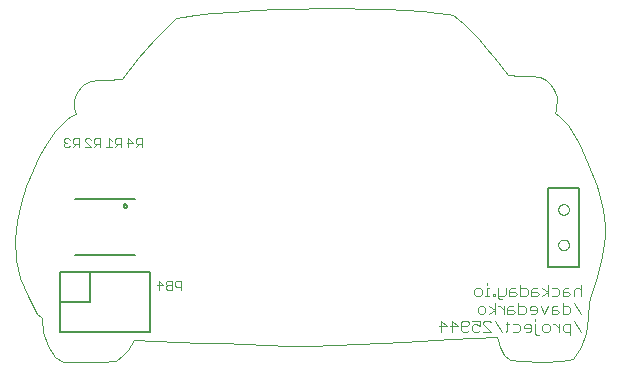
<source format=gbo>
G75*
%MOIN*%
%OFA0B0*%
%FSLAX25Y25*%
%IPPOS*%
%LPD*%
%AMOC8*
5,1,8,0,0,1.08239X$1,22.5*
%
%ADD10C,0.00000*%
%ADD11C,0.00300*%
%ADD12C,0.00600*%
%ADD13C,0.00800*%
%ADD14C,0.00500*%
%ADD15R,0.01181X0.00394*%
%ADD16R,0.01575X0.00394*%
%ADD17R,0.01969X0.00394*%
%ADD18R,0.02362X0.00394*%
%ADD19R,0.02756X0.00394*%
%ADD20R,0.03543X0.00394*%
%ADD21R,0.03150X0.00394*%
%ADD22R,0.00394X0.00394*%
%ADD23R,0.03937X0.00394*%
%ADD24R,0.00787X0.00394*%
%ADD25R,0.04331X0.00394*%
%ADD26R,0.05118X0.00394*%
%ADD27R,0.08268X0.00394*%
%ADD28R,0.08661X0.00394*%
%ADD29R,0.07874X0.00394*%
%ADD30R,0.07087X0.00394*%
%ADD31R,0.09449X0.00394*%
%ADD32R,0.10236X0.00394*%
%ADD33R,0.11024X0.00394*%
%ADD34R,0.04724X0.00394*%
%ADD35R,0.05512X0.00394*%
%ADD36R,0.05906X0.00394*%
%ADD37R,0.06299X0.00394*%
%ADD38R,0.14173X0.00394*%
%ADD39R,0.13386X0.00394*%
%ADD40R,0.12598X0.00394*%
%ADD41R,0.11811X0.00394*%
%ADD42R,0.07480X0.00394*%
D10*
X0024901Y0013065D02*
X0022581Y0016812D01*
X0021081Y0021589D01*
X0020720Y0026220D01*
X0020294Y0026525D01*
X0019868Y0026830D01*
X0019442Y0027135D01*
X0019016Y0027440D01*
X0015942Y0033553D01*
X0013438Y0039476D01*
X0011861Y0045673D01*
X0011568Y0052611D01*
X0012237Y0058549D01*
X0013530Y0064412D01*
X0015349Y0070147D01*
X0017599Y0075703D01*
X0019728Y0080210D01*
X0022171Y0084588D01*
X0025051Y0088638D01*
X0028492Y0092160D01*
X0029227Y0092729D01*
X0030066Y0093288D01*
X0030991Y0093834D01*
X0031983Y0094365D01*
X0031738Y0095213D01*
X0031474Y0096345D01*
X0031306Y0097550D01*
X0031348Y0098617D01*
X0031810Y0100217D01*
X0032550Y0101743D01*
X0033551Y0103095D01*
X0034795Y0104171D01*
X0036975Y0105119D01*
X0039387Y0105485D01*
X0041898Y0105576D01*
X0044372Y0105703D01*
X0045073Y0105761D01*
X0045870Y0105807D01*
X0046682Y0105842D01*
X0047430Y0105867D01*
X0052749Y0112749D01*
X0055475Y0115999D01*
X0058100Y0118978D01*
X0060514Y0121582D01*
X0062606Y0123704D01*
X0064268Y0125238D01*
X0065389Y0126078D01*
X0067571Y0126663D01*
X0071730Y0127238D01*
X0077412Y0127786D01*
X0084161Y0128286D01*
X0091521Y0128721D01*
X0099036Y0129072D01*
X0106252Y0129320D01*
X0112711Y0129447D01*
X0113066Y0129450D01*
X0113424Y0129454D01*
X0113788Y0129456D01*
X0114155Y0129458D01*
X0114527Y0129459D01*
X0114902Y0129460D01*
X0115282Y0129461D01*
X0115665Y0129461D01*
X0115665Y0129461D01*
X0115665Y0129461D01*
X0121806Y0129414D01*
X0128424Y0129279D01*
X0135155Y0129065D01*
X0141632Y0128783D01*
X0147491Y0128441D01*
X0152366Y0128050D01*
X0155892Y0127619D01*
X0157705Y0127157D01*
X0159380Y0125971D01*
X0161420Y0124156D01*
X0163728Y0121838D01*
X0166209Y0119145D01*
X0168767Y0116204D01*
X0171305Y0113139D01*
X0175939Y0107149D01*
X0176703Y0107124D01*
X0177559Y0107089D01*
X0178410Y0107041D01*
X0179159Y0106980D01*
X0181633Y0106853D01*
X0184144Y0106761D01*
X0186556Y0106396D01*
X0188736Y0105448D01*
X0189975Y0104371D01*
X0190967Y0103017D01*
X0191705Y0101490D01*
X0192183Y0099893D01*
X0192270Y0098549D01*
X0192110Y0097022D01*
X0191832Y0095580D01*
X0191564Y0094491D01*
X0192908Y0093558D01*
X0194109Y0092589D01*
X0195128Y0091603D01*
X0195925Y0090615D01*
X0199546Y0084554D01*
X0202811Y0077589D01*
X0205552Y0070139D01*
X0207602Y0062629D01*
X0208096Y0059747D01*
X0208326Y0056820D01*
X0208319Y0053881D01*
X0208103Y0050958D01*
X0207010Y0045148D01*
X0205298Y0038820D01*
X0203721Y0033732D01*
X0203028Y0031645D01*
X0202588Y0026276D01*
X0201887Y0021148D01*
X0200389Y0016523D01*
X0197555Y0012665D01*
X0193937Y0011933D01*
X0187197Y0011640D01*
X0180382Y0011765D01*
X0176542Y0012287D01*
X0174806Y0014049D01*
X0173476Y0016594D01*
X0172624Y0018883D01*
X0172324Y0019877D01*
X0156821Y0019099D01*
X0141317Y0018321D01*
X0133566Y0017932D01*
X0125814Y0017543D01*
X0118062Y0017154D01*
X0110311Y0016765D01*
X0102948Y0017022D01*
X0095585Y0017278D01*
X0088222Y0017534D01*
X0080859Y0017790D01*
X0073496Y0018047D01*
X0066133Y0018303D01*
X0051407Y0018816D01*
X0050336Y0017159D01*
X0049234Y0015497D01*
X0047716Y0013744D01*
X0045398Y0011816D01*
X0039886Y0011660D01*
X0035667Y0011551D01*
X0031894Y0011502D01*
X0027722Y0011527D01*
X0024901Y0013065D01*
X0192728Y0050594D02*
X0192730Y0050678D01*
X0192736Y0050761D01*
X0192746Y0050844D01*
X0192760Y0050927D01*
X0192777Y0051009D01*
X0192799Y0051090D01*
X0192824Y0051169D01*
X0192853Y0051248D01*
X0192886Y0051325D01*
X0192922Y0051400D01*
X0192962Y0051474D01*
X0193005Y0051546D01*
X0193052Y0051615D01*
X0193102Y0051682D01*
X0193155Y0051747D01*
X0193211Y0051809D01*
X0193269Y0051869D01*
X0193331Y0051926D01*
X0193395Y0051979D01*
X0193462Y0052030D01*
X0193531Y0052077D01*
X0193602Y0052122D01*
X0193675Y0052162D01*
X0193750Y0052199D01*
X0193827Y0052233D01*
X0193905Y0052263D01*
X0193984Y0052289D01*
X0194065Y0052312D01*
X0194147Y0052330D01*
X0194229Y0052345D01*
X0194312Y0052356D01*
X0194395Y0052363D01*
X0194479Y0052366D01*
X0194563Y0052365D01*
X0194646Y0052360D01*
X0194730Y0052351D01*
X0194812Y0052338D01*
X0194894Y0052322D01*
X0194975Y0052301D01*
X0195056Y0052277D01*
X0195134Y0052249D01*
X0195212Y0052217D01*
X0195288Y0052181D01*
X0195362Y0052142D01*
X0195434Y0052100D01*
X0195504Y0052054D01*
X0195572Y0052005D01*
X0195637Y0051953D01*
X0195700Y0051898D01*
X0195760Y0051840D01*
X0195818Y0051779D01*
X0195872Y0051715D01*
X0195924Y0051649D01*
X0195972Y0051581D01*
X0196017Y0051510D01*
X0196058Y0051437D01*
X0196097Y0051363D01*
X0196131Y0051287D01*
X0196162Y0051209D01*
X0196189Y0051130D01*
X0196213Y0051049D01*
X0196232Y0050968D01*
X0196248Y0050886D01*
X0196260Y0050803D01*
X0196268Y0050719D01*
X0196272Y0050636D01*
X0196272Y0050552D01*
X0196268Y0050469D01*
X0196260Y0050385D01*
X0196248Y0050302D01*
X0196232Y0050220D01*
X0196213Y0050139D01*
X0196189Y0050058D01*
X0196162Y0049979D01*
X0196131Y0049901D01*
X0196097Y0049825D01*
X0196058Y0049751D01*
X0196017Y0049678D01*
X0195972Y0049607D01*
X0195924Y0049539D01*
X0195872Y0049473D01*
X0195818Y0049409D01*
X0195760Y0049348D01*
X0195700Y0049290D01*
X0195637Y0049235D01*
X0195572Y0049183D01*
X0195504Y0049134D01*
X0195434Y0049088D01*
X0195362Y0049046D01*
X0195288Y0049007D01*
X0195212Y0048971D01*
X0195134Y0048939D01*
X0195056Y0048911D01*
X0194975Y0048887D01*
X0194894Y0048866D01*
X0194812Y0048850D01*
X0194730Y0048837D01*
X0194646Y0048828D01*
X0194563Y0048823D01*
X0194479Y0048822D01*
X0194395Y0048825D01*
X0194312Y0048832D01*
X0194229Y0048843D01*
X0194147Y0048858D01*
X0194065Y0048876D01*
X0193984Y0048899D01*
X0193905Y0048925D01*
X0193827Y0048955D01*
X0193750Y0048989D01*
X0193675Y0049026D01*
X0193602Y0049066D01*
X0193531Y0049111D01*
X0193462Y0049158D01*
X0193395Y0049209D01*
X0193331Y0049262D01*
X0193269Y0049319D01*
X0193211Y0049379D01*
X0193155Y0049441D01*
X0193102Y0049506D01*
X0193052Y0049573D01*
X0193005Y0049642D01*
X0192962Y0049714D01*
X0192922Y0049788D01*
X0192886Y0049863D01*
X0192853Y0049940D01*
X0192824Y0050019D01*
X0192799Y0050098D01*
X0192777Y0050179D01*
X0192760Y0050261D01*
X0192746Y0050344D01*
X0192736Y0050427D01*
X0192730Y0050510D01*
X0192728Y0050594D01*
X0192728Y0062406D02*
X0192730Y0062490D01*
X0192736Y0062573D01*
X0192746Y0062656D01*
X0192760Y0062739D01*
X0192777Y0062821D01*
X0192799Y0062902D01*
X0192824Y0062981D01*
X0192853Y0063060D01*
X0192886Y0063137D01*
X0192922Y0063212D01*
X0192962Y0063286D01*
X0193005Y0063358D01*
X0193052Y0063427D01*
X0193102Y0063494D01*
X0193155Y0063559D01*
X0193211Y0063621D01*
X0193269Y0063681D01*
X0193331Y0063738D01*
X0193395Y0063791D01*
X0193462Y0063842D01*
X0193531Y0063889D01*
X0193602Y0063934D01*
X0193675Y0063974D01*
X0193750Y0064011D01*
X0193827Y0064045D01*
X0193905Y0064075D01*
X0193984Y0064101D01*
X0194065Y0064124D01*
X0194147Y0064142D01*
X0194229Y0064157D01*
X0194312Y0064168D01*
X0194395Y0064175D01*
X0194479Y0064178D01*
X0194563Y0064177D01*
X0194646Y0064172D01*
X0194730Y0064163D01*
X0194812Y0064150D01*
X0194894Y0064134D01*
X0194975Y0064113D01*
X0195056Y0064089D01*
X0195134Y0064061D01*
X0195212Y0064029D01*
X0195288Y0063993D01*
X0195362Y0063954D01*
X0195434Y0063912D01*
X0195504Y0063866D01*
X0195572Y0063817D01*
X0195637Y0063765D01*
X0195700Y0063710D01*
X0195760Y0063652D01*
X0195818Y0063591D01*
X0195872Y0063527D01*
X0195924Y0063461D01*
X0195972Y0063393D01*
X0196017Y0063322D01*
X0196058Y0063249D01*
X0196097Y0063175D01*
X0196131Y0063099D01*
X0196162Y0063021D01*
X0196189Y0062942D01*
X0196213Y0062861D01*
X0196232Y0062780D01*
X0196248Y0062698D01*
X0196260Y0062615D01*
X0196268Y0062531D01*
X0196272Y0062448D01*
X0196272Y0062364D01*
X0196268Y0062281D01*
X0196260Y0062197D01*
X0196248Y0062114D01*
X0196232Y0062032D01*
X0196213Y0061951D01*
X0196189Y0061870D01*
X0196162Y0061791D01*
X0196131Y0061713D01*
X0196097Y0061637D01*
X0196058Y0061563D01*
X0196017Y0061490D01*
X0195972Y0061419D01*
X0195924Y0061351D01*
X0195872Y0061285D01*
X0195818Y0061221D01*
X0195760Y0061160D01*
X0195700Y0061102D01*
X0195637Y0061047D01*
X0195572Y0060995D01*
X0195504Y0060946D01*
X0195434Y0060900D01*
X0195362Y0060858D01*
X0195288Y0060819D01*
X0195212Y0060783D01*
X0195134Y0060751D01*
X0195056Y0060723D01*
X0194975Y0060699D01*
X0194894Y0060678D01*
X0194812Y0060662D01*
X0194730Y0060649D01*
X0194646Y0060640D01*
X0194563Y0060635D01*
X0194479Y0060634D01*
X0194395Y0060637D01*
X0194312Y0060644D01*
X0194229Y0060655D01*
X0194147Y0060670D01*
X0194065Y0060688D01*
X0193984Y0060711D01*
X0193905Y0060737D01*
X0193827Y0060767D01*
X0193750Y0060801D01*
X0193675Y0060838D01*
X0193602Y0060878D01*
X0193531Y0060923D01*
X0193462Y0060970D01*
X0193395Y0061021D01*
X0193331Y0061074D01*
X0193269Y0061131D01*
X0193211Y0061191D01*
X0193155Y0061253D01*
X0193102Y0061318D01*
X0193052Y0061385D01*
X0193005Y0061454D01*
X0192962Y0061526D01*
X0192922Y0061600D01*
X0192886Y0061675D01*
X0192853Y0061752D01*
X0192824Y0061831D01*
X0192799Y0061910D01*
X0192777Y0061991D01*
X0192760Y0062073D01*
X0192746Y0062156D01*
X0192736Y0062239D01*
X0192730Y0062322D01*
X0192728Y0062406D01*
D11*
X0189301Y0037353D02*
X0189301Y0033650D01*
X0190515Y0033650D02*
X0192367Y0033650D01*
X0192984Y0034267D01*
X0192984Y0035502D01*
X0192367Y0036119D01*
X0190515Y0036119D01*
X0189301Y0034884D02*
X0187449Y0036119D01*
X0185614Y0036119D02*
X0184380Y0036119D01*
X0183763Y0035502D01*
X0183763Y0033650D01*
X0185614Y0033650D01*
X0186231Y0034267D01*
X0185614Y0034884D01*
X0183763Y0034884D01*
X0182548Y0034267D02*
X0182548Y0035502D01*
X0181931Y0036119D01*
X0180079Y0036119D01*
X0180079Y0037353D02*
X0180079Y0033650D01*
X0181931Y0033650D01*
X0182548Y0034267D01*
X0178865Y0034267D02*
X0178248Y0034884D01*
X0176396Y0034884D01*
X0176396Y0035502D02*
X0176396Y0033650D01*
X0178248Y0033650D01*
X0178865Y0034267D01*
X0177013Y0036119D02*
X0176396Y0035502D01*
X0177013Y0036119D02*
X0178248Y0036119D01*
X0175182Y0036119D02*
X0175182Y0034267D01*
X0174565Y0033650D01*
X0172713Y0033650D01*
X0172713Y0033033D02*
X0173330Y0032416D01*
X0173947Y0032416D01*
X0172713Y0033033D02*
X0172713Y0036119D01*
X0171499Y0034267D02*
X0170882Y0034267D01*
X0170882Y0033650D01*
X0171499Y0033650D01*
X0171499Y0034267D01*
X0169657Y0033650D02*
X0168423Y0033650D01*
X0169040Y0033650D02*
X0169040Y0036119D01*
X0169657Y0036119D01*
X0169040Y0037353D02*
X0169040Y0037970D01*
X0166585Y0036119D02*
X0167202Y0035502D01*
X0167202Y0034267D01*
X0166585Y0033650D01*
X0165350Y0033650D01*
X0164733Y0034267D01*
X0164733Y0035502D01*
X0165350Y0036119D01*
X0166585Y0036119D01*
X0166578Y0030119D02*
X0167812Y0030119D01*
X0168429Y0029502D01*
X0168429Y0028267D01*
X0167812Y0027650D01*
X0166578Y0027650D01*
X0165961Y0028267D01*
X0165961Y0029502D01*
X0166578Y0030119D01*
X0169647Y0030119D02*
X0171499Y0028884D01*
X0169647Y0027650D01*
X0171499Y0027650D02*
X0171499Y0031353D01*
X0172716Y0030119D02*
X0173334Y0030119D01*
X0174568Y0028884D01*
X0175782Y0028884D02*
X0177634Y0028884D01*
X0178251Y0028267D01*
X0177634Y0027650D01*
X0175782Y0027650D01*
X0175782Y0029502D01*
X0176400Y0030119D01*
X0177634Y0030119D01*
X0179466Y0030119D02*
X0181317Y0030119D01*
X0181934Y0029502D01*
X0181934Y0028267D01*
X0181317Y0027650D01*
X0179466Y0027650D01*
X0179466Y0031353D01*
X0183149Y0029502D02*
X0183149Y0028884D01*
X0185617Y0028884D01*
X0185617Y0028267D02*
X0185617Y0029502D01*
X0185000Y0030119D01*
X0183766Y0030119D01*
X0183149Y0029502D01*
X0183766Y0027650D02*
X0185000Y0027650D01*
X0185617Y0028267D01*
X0186832Y0030119D02*
X0188066Y0027650D01*
X0189301Y0030119D01*
X0190515Y0029502D02*
X0190515Y0027650D01*
X0192367Y0027650D01*
X0192984Y0028267D01*
X0192367Y0028884D01*
X0190515Y0028884D01*
X0190515Y0029502D02*
X0191132Y0030119D01*
X0192367Y0030119D01*
X0194198Y0030119D02*
X0196050Y0030119D01*
X0196667Y0029502D01*
X0196667Y0028267D01*
X0196050Y0027650D01*
X0194198Y0027650D01*
X0194198Y0031353D01*
X0197881Y0031353D02*
X0200350Y0027650D01*
X0197881Y0025353D02*
X0200350Y0021650D01*
X0196667Y0021650D02*
X0194815Y0021650D01*
X0194198Y0022267D01*
X0194198Y0023502D01*
X0194815Y0024119D01*
X0196667Y0024119D01*
X0196667Y0020416D01*
X0192984Y0021650D02*
X0192984Y0024119D01*
X0192984Y0022884D02*
X0191749Y0024119D01*
X0191132Y0024119D01*
X0189914Y0023502D02*
X0189914Y0022267D01*
X0189297Y0021650D01*
X0188063Y0021650D01*
X0187446Y0022267D01*
X0187446Y0023502D01*
X0188063Y0024119D01*
X0189297Y0024119D01*
X0189914Y0023502D01*
X0186231Y0020416D02*
X0185614Y0020416D01*
X0184997Y0021033D01*
X0184997Y0024119D01*
X0184997Y0025353D02*
X0184997Y0025970D01*
X0183159Y0024119D02*
X0181924Y0024119D01*
X0181307Y0023502D01*
X0181307Y0022884D01*
X0183776Y0022884D01*
X0183776Y0022267D02*
X0183776Y0023502D01*
X0183159Y0024119D01*
X0183776Y0022267D02*
X0183159Y0021650D01*
X0181924Y0021650D01*
X0180093Y0022267D02*
X0180093Y0023502D01*
X0179476Y0024119D01*
X0177624Y0024119D01*
X0176410Y0024119D02*
X0175175Y0024119D01*
X0175792Y0024736D02*
X0175792Y0022267D01*
X0175175Y0021650D01*
X0173954Y0021650D02*
X0171485Y0025353D01*
X0170271Y0024736D02*
X0169654Y0025353D01*
X0168419Y0025353D01*
X0167802Y0024736D01*
X0167802Y0024119D01*
X0170271Y0021650D01*
X0167802Y0021650D01*
X0166588Y0022267D02*
X0165971Y0021650D01*
X0164736Y0021650D01*
X0164119Y0022267D01*
X0164119Y0023502D01*
X0164736Y0024119D01*
X0165353Y0024119D01*
X0166588Y0023502D01*
X0166588Y0025353D01*
X0164119Y0025353D01*
X0162905Y0024736D02*
X0162905Y0024119D01*
X0162288Y0023502D01*
X0160436Y0023502D01*
X0159222Y0023502D02*
X0156753Y0023502D01*
X0155538Y0023502D02*
X0153070Y0023502D01*
X0153687Y0025353D02*
X0153687Y0021650D01*
X0155538Y0023502D02*
X0153687Y0025353D01*
X0157370Y0025353D02*
X0159222Y0023502D01*
X0160436Y0022267D02*
X0160436Y0024736D01*
X0161053Y0025353D01*
X0162288Y0025353D01*
X0162905Y0024736D01*
X0162905Y0022267D02*
X0162288Y0021650D01*
X0161053Y0021650D01*
X0160436Y0022267D01*
X0157370Y0021650D02*
X0157370Y0025353D01*
X0174568Y0027650D02*
X0174568Y0030119D01*
X0177624Y0021650D02*
X0179476Y0021650D01*
X0180093Y0022267D01*
X0187449Y0033650D02*
X0189301Y0034884D01*
X0194198Y0034884D02*
X0196050Y0034884D01*
X0196667Y0034267D01*
X0196050Y0033650D01*
X0194198Y0033650D01*
X0194198Y0035502D01*
X0194815Y0036119D01*
X0196050Y0036119D01*
X0197881Y0035502D02*
X0197881Y0033650D01*
X0197881Y0035502D02*
X0198498Y0036119D01*
X0199733Y0036119D01*
X0200350Y0035502D01*
X0200350Y0037353D02*
X0200350Y0033650D01*
X0066850Y0035650D02*
X0066850Y0038552D01*
X0065399Y0038552D01*
X0064915Y0038069D01*
X0064915Y0037101D01*
X0065399Y0036617D01*
X0066850Y0036617D01*
X0063903Y0037101D02*
X0062452Y0037101D01*
X0061969Y0036617D01*
X0061969Y0036134D01*
X0062452Y0035650D01*
X0063903Y0035650D01*
X0063903Y0038552D01*
X0062452Y0038552D01*
X0061969Y0038069D01*
X0061969Y0037585D01*
X0062452Y0037101D01*
X0060957Y0037101D02*
X0059022Y0037101D01*
X0059506Y0035650D02*
X0059506Y0038552D01*
X0060957Y0037101D01*
X0053850Y0083150D02*
X0053850Y0086052D01*
X0052399Y0086052D01*
X0051915Y0085569D01*
X0051915Y0084601D01*
X0052399Y0084117D01*
X0053850Y0084117D01*
X0052883Y0084117D02*
X0051915Y0083150D01*
X0050903Y0084601D02*
X0048969Y0084601D01*
X0049452Y0083150D02*
X0049452Y0086052D01*
X0050903Y0084601D01*
X0046850Y0084117D02*
X0045399Y0084117D01*
X0044915Y0084601D01*
X0044915Y0085569D01*
X0045399Y0086052D01*
X0046850Y0086052D01*
X0046850Y0083150D01*
X0045883Y0084117D02*
X0044915Y0083150D01*
X0043903Y0083150D02*
X0041969Y0083150D01*
X0042936Y0083150D02*
X0042936Y0086052D01*
X0043903Y0085085D01*
X0039850Y0086052D02*
X0039850Y0083150D01*
X0039850Y0084117D02*
X0038399Y0084117D01*
X0037915Y0084601D01*
X0037915Y0085569D01*
X0038399Y0086052D01*
X0039850Y0086052D01*
X0036903Y0085569D02*
X0036420Y0086052D01*
X0035452Y0086052D01*
X0034969Y0085569D01*
X0034969Y0085085D01*
X0036903Y0083150D01*
X0034969Y0083150D01*
X0032850Y0083150D02*
X0032850Y0086052D01*
X0031399Y0086052D01*
X0030915Y0085569D01*
X0030915Y0084601D01*
X0031399Y0084117D01*
X0032850Y0084117D01*
X0031883Y0084117D02*
X0030915Y0083150D01*
X0029903Y0083634D02*
X0029420Y0083150D01*
X0028452Y0083150D01*
X0027969Y0083634D01*
X0027969Y0084117D01*
X0028452Y0084601D01*
X0028936Y0084601D01*
X0028452Y0084601D02*
X0027969Y0085085D01*
X0027969Y0085569D01*
X0028452Y0086052D01*
X0029420Y0086052D01*
X0029903Y0085569D01*
X0037915Y0083150D02*
X0038883Y0084117D01*
D12*
X0031502Y0065799D02*
X0051598Y0065799D01*
X0051598Y0047201D02*
X0031502Y0047201D01*
D13*
X0047835Y0063600D02*
X0047837Y0063647D01*
X0047843Y0063694D01*
X0047853Y0063741D01*
X0047866Y0063786D01*
X0047884Y0063830D01*
X0047905Y0063872D01*
X0047929Y0063913D01*
X0047957Y0063951D01*
X0047988Y0063987D01*
X0048022Y0064020D01*
X0048058Y0064050D01*
X0048097Y0064077D01*
X0048138Y0064101D01*
X0048181Y0064121D01*
X0048225Y0064137D01*
X0048271Y0064150D01*
X0048317Y0064159D01*
X0048365Y0064164D01*
X0048412Y0064165D01*
X0048459Y0064162D01*
X0048506Y0064155D01*
X0048552Y0064144D01*
X0048597Y0064130D01*
X0048641Y0064111D01*
X0048682Y0064089D01*
X0048722Y0064064D01*
X0048760Y0064035D01*
X0048795Y0064004D01*
X0048828Y0063969D01*
X0048857Y0063932D01*
X0048883Y0063893D01*
X0048906Y0063851D01*
X0048925Y0063808D01*
X0048941Y0063763D01*
X0048953Y0063717D01*
X0048961Y0063671D01*
X0048965Y0063624D01*
X0048965Y0063576D01*
X0048961Y0063529D01*
X0048953Y0063483D01*
X0048941Y0063437D01*
X0048925Y0063392D01*
X0048906Y0063349D01*
X0048883Y0063307D01*
X0048857Y0063268D01*
X0048828Y0063231D01*
X0048795Y0063196D01*
X0048760Y0063165D01*
X0048722Y0063136D01*
X0048683Y0063111D01*
X0048641Y0063089D01*
X0048597Y0063070D01*
X0048552Y0063056D01*
X0048506Y0063045D01*
X0048459Y0063038D01*
X0048412Y0063035D01*
X0048365Y0063036D01*
X0048317Y0063041D01*
X0048271Y0063050D01*
X0048225Y0063063D01*
X0048181Y0063079D01*
X0048138Y0063099D01*
X0048097Y0063123D01*
X0048058Y0063150D01*
X0048022Y0063180D01*
X0047988Y0063213D01*
X0047957Y0063249D01*
X0047929Y0063287D01*
X0047905Y0063328D01*
X0047884Y0063370D01*
X0047866Y0063414D01*
X0047853Y0063459D01*
X0047843Y0063506D01*
X0047837Y0063553D01*
X0047835Y0063600D01*
D14*
X0056500Y0041500D02*
X0026500Y0041500D01*
X0026500Y0031500D01*
X0026500Y0021500D01*
X0056500Y0021500D01*
X0056500Y0041500D01*
X0036500Y0041500D02*
X0036500Y0031500D01*
X0026500Y0031500D01*
X0189382Y0043311D02*
X0189382Y0069689D01*
X0199618Y0069689D01*
X0199618Y0043311D01*
X0189382Y0043311D01*
D15*
X0183917Y0075902D03*
X0187067Y0080626D03*
X0186673Y0081020D03*
X0179980Y0084957D03*
X0179980Y0094799D03*
X0186673Y0098736D03*
X0187067Y0099130D03*
X0183917Y0103854D03*
X0164626Y0094799D03*
X0157933Y0098736D03*
X0157539Y0099130D03*
X0160689Y0103854D03*
X0164626Y0084957D03*
X0157933Y0081020D03*
X0157539Y0080626D03*
X0160689Y0075902D03*
D16*
X0161280Y0076295D03*
X0162854Y0077870D03*
X0169154Y0081020D03*
X0172303Y0081020D03*
X0172303Y0081413D03*
X0175453Y0081020D03*
X0180177Y0084563D03*
X0178602Y0087713D03*
X0178602Y0088106D03*
X0178602Y0088500D03*
X0178602Y0088894D03*
X0178602Y0089287D03*
X0178602Y0089681D03*
X0178602Y0090075D03*
X0178602Y0090469D03*
X0172303Y0090469D03*
X0172303Y0090075D03*
X0172303Y0089681D03*
X0166004Y0089681D03*
X0166004Y0089287D03*
X0166004Y0088894D03*
X0166004Y0088500D03*
X0166004Y0088106D03*
X0166004Y0087713D03*
X0166004Y0090075D03*
X0166004Y0090469D03*
X0164429Y0084563D03*
X0181752Y0077870D03*
X0183327Y0076295D03*
X0181752Y0101886D03*
X0181752Y0102280D03*
X0183327Y0103461D03*
X0162854Y0102280D03*
X0162854Y0101886D03*
D17*
X0163051Y0101492D03*
X0162657Y0102673D03*
X0161476Y0103461D03*
X0164626Y0095193D03*
X0166201Y0090862D03*
X0178406Y0090862D03*
X0178406Y0087319D03*
X0175256Y0082201D03*
X0175256Y0081807D03*
X0175256Y0081413D03*
X0172500Y0081807D03*
X0172500Y0082201D03*
X0169350Y0082201D03*
X0169350Y0081807D03*
X0169350Y0081413D03*
X0163051Y0078264D03*
X0162657Y0077476D03*
X0162264Y0077083D03*
X0181555Y0078264D03*
X0181949Y0077476D03*
X0182343Y0077083D03*
X0182736Y0076689D03*
X0179980Y0095193D03*
X0181555Y0101492D03*
X0181949Y0102673D03*
D18*
X0182539Y0103067D03*
X0181752Y0101098D03*
X0178209Y0091256D03*
X0172303Y0090862D03*
X0172303Y0089287D03*
X0166398Y0087319D03*
X0166398Y0091256D03*
X0164035Y0084169D03*
X0162854Y0078657D03*
X0162067Y0076689D03*
X0180571Y0084169D03*
X0181752Y0079051D03*
X0181752Y0078657D03*
X0162854Y0101098D03*
X0162067Y0103067D03*
D19*
X0164626Y0095587D03*
X0166594Y0091650D03*
X0170138Y0086925D03*
X0174469Y0086925D03*
X0178012Y0091650D03*
X0179980Y0095587D03*
X0163051Y0079051D03*
D20*
X0170138Y0087319D03*
X0174469Y0087319D03*
X0182343Y0080232D03*
X0181949Y0079445D03*
X0181949Y0100311D03*
X0162657Y0100311D03*
D21*
X0162854Y0100705D03*
X0172303Y0097161D03*
X0172303Y0091256D03*
X0172303Y0088894D03*
X0166791Y0086925D03*
X0164035Y0083776D03*
X0164429Y0083382D03*
X0162854Y0079445D03*
X0177815Y0086925D03*
X0180571Y0083776D03*
X0180177Y0083382D03*
X0181752Y0100705D03*
D22*
X0179587Y0094012D03*
X0179980Y0085350D03*
X0182343Y0083382D03*
X0187461Y0079839D03*
X0172500Y0084957D03*
X0164626Y0085350D03*
X0162264Y0083382D03*
X0157146Y0079839D03*
X0165020Y0094012D03*
D23*
X0164429Y0095980D03*
X0162461Y0099917D03*
X0180177Y0095980D03*
X0182146Y0099917D03*
X0162461Y0080232D03*
X0162461Y0079839D03*
X0182146Y0079839D03*
D24*
X0187264Y0080232D03*
X0172303Y0084563D03*
X0164823Y0094406D03*
X0157343Y0099524D03*
X0157343Y0099917D03*
X0179783Y0094406D03*
X0187264Y0099524D03*
X0187264Y0099917D03*
X0157343Y0080232D03*
D25*
X0162264Y0080626D03*
X0182343Y0080626D03*
X0179980Y0096374D03*
X0182343Y0099524D03*
X0164626Y0096374D03*
X0162264Y0099524D03*
D26*
X0168957Y0084957D03*
X0175650Y0084957D03*
X0182343Y0081020D03*
X0162264Y0081020D03*
D27*
X0161870Y0081807D03*
X0161476Y0081413D03*
X0183130Y0081413D03*
X0181949Y0097161D03*
X0182343Y0097555D03*
X0182736Y0097949D03*
X0183130Y0098343D03*
X0162657Y0097161D03*
X0162264Y0097555D03*
X0161870Y0097949D03*
X0161476Y0098343D03*
D28*
X0172303Y0095980D03*
X0172303Y0082988D03*
X0162461Y0082594D03*
X0162067Y0082201D03*
X0182146Y0082594D03*
X0182539Y0082201D03*
X0182933Y0081807D03*
D29*
X0172303Y0082594D03*
X0172303Y0087713D03*
X0172303Y0096374D03*
D30*
X0162854Y0082988D03*
X0181752Y0082988D03*
D31*
X0172303Y0083382D03*
X0172303Y0095587D03*
D32*
X0172303Y0095193D03*
X0172303Y0083776D03*
D33*
X0172303Y0084169D03*
X0172303Y0094406D03*
X0172303Y0094799D03*
D34*
X0172303Y0091650D03*
X0172303Y0088500D03*
X0169154Y0084563D03*
X0175453Y0084563D03*
X0182146Y0099130D03*
X0162461Y0099130D03*
D35*
X0162461Y0098736D03*
X0182146Y0098736D03*
X0175846Y0085744D03*
X0175846Y0085350D03*
X0168760Y0085350D03*
X0168760Y0085744D03*
D36*
X0168563Y0086138D03*
X0168563Y0086531D03*
X0176043Y0086531D03*
X0176043Y0086138D03*
D37*
X0172303Y0088106D03*
X0172303Y0096768D03*
D38*
X0172303Y0092043D03*
D39*
X0172303Y0092437D03*
X0172303Y0092831D03*
D40*
X0172303Y0093224D03*
X0172303Y0093618D03*
D41*
X0172303Y0094012D03*
D42*
X0163445Y0096768D03*
X0181161Y0096768D03*
M02*

</source>
